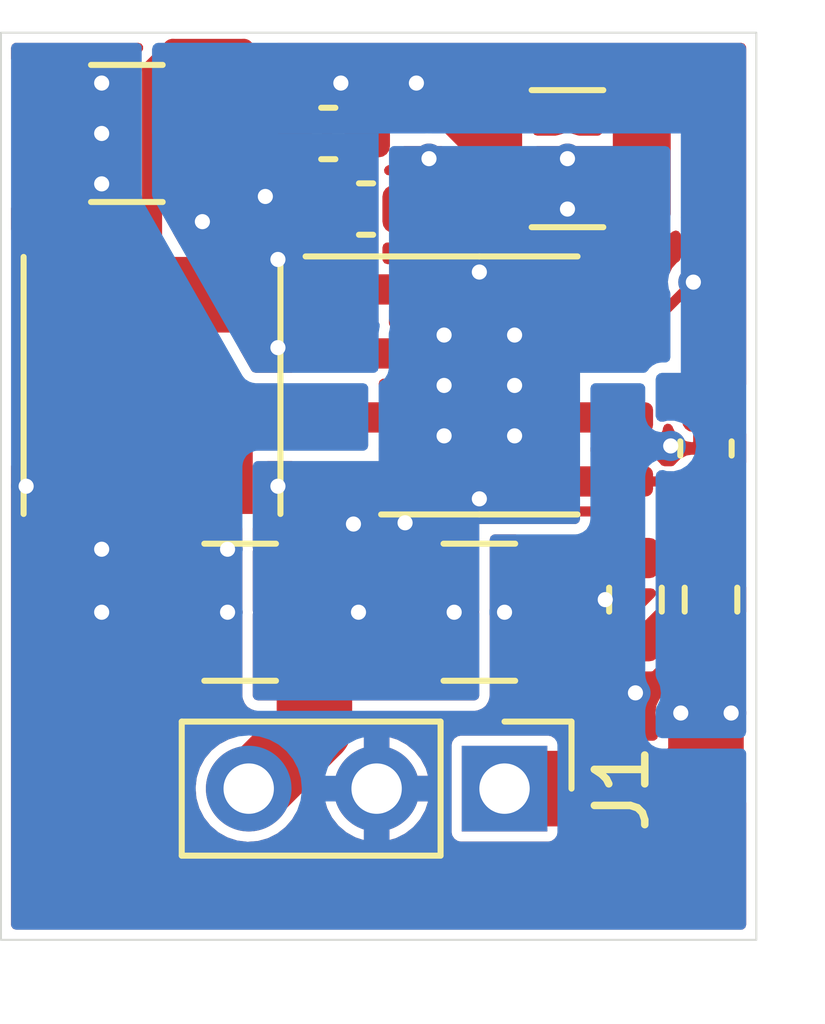
<source format=kicad_pcb>
(kicad_pcb (version 20211014) (generator pcbnew)
  (title_block (rev "1"))
  (layers (0 "F.Cu" signal "Front") (31 "B.Cu" signal "Back") (34 "B.Paste" user) (35 "F.Paste" user) (36 "B.SilkS" user "B.Silkscreen") (37 "F.SilkS" user "F.Silkscreen") (38 "B.Mask" user) (39 "F.Mask" user) (44 "Edge.Cuts" user))
  (net 0 "")
  (net 1 "GND")
  (net 2 "+5V")
  (net 5 "-5V")
  (net 6 "Net-(C4-Pad2)")
  (net 7 "/SW")
  (net 8 "/FB")
  (footprint "Connector_PinHeader_2.54mm:PinHeader_1x03_P2.54mm_Vertical" (layer "F.Cu") (at 121.5 88 -90)
    (fp_text reference "J1" (at 0 -2.33 -90) (layer "F.SilkS"))
    (fp_text value "Conn_01x03")
    (fp_line (start -1.33 -1.33) (end 0 -1.33) (layer "F.SilkS") (width 0.12))
    (fp_line (start -1.33 1.27) (end -1.33 6.41) (layer "F.SilkS") (width 0.12))
    (fp_line (start -1.33 1.27) (end 1.33 1.27) (layer "F.SilkS") (width 0.12))
    (fp_line (start -1.33 0) (end -1.33 -1.33) (layer "F.SilkS") (width 0.12))
    (fp_line (start 1.33 1.27) (end 1.33 6.41) (layer "F.SilkS") (width 0.12))
    (fp_line (start -1.33 6.41) (end 1.33 6.41) (layer "F.SilkS") (width 0.12))
    (pad "1" thru_hole rect (at 0 0 270) (size 1.7 1.7) (drill 1) (layers *.Cu *.Mask) (net 2 "+5V"))
    (pad "2" thru_hole oval (at 0 2.54 270) (size 1.7 1.7) (drill 1) (layers *.Cu *.Mask) (net 1 "GND"))
    (pad "3" thru_hole oval (at 0 5.08 270) (size 1.7 1.7) (drill 1) (layers *.Cu *.Mask) (net 5 "-5V"))
  )
  (footprint "Resistor_SMD:R_0603_1608Metric" (layer "F.Cu") (at 124.1 84.25 90)
    (fp_text reference "R2" hide)
    (fp_text value "47k")
    (fp_line (start -0.237258 -0.5225) (end 0.237258 -0.5225) (layer "F.SilkS") (width 0.12))
    (fp_line (start -0.237258 0.5225) (end 0.237258 0.5225) (layer "F.SilkS") (width 0.12))
    (pad "1" smd roundrect (at -0.825 0 90) (size 0.8 0.95) (layers "F.Cu" "F.Paste" "F.Mask") (net 8 "/FB"))
    (pad "2" smd roundrect (at 0.825 0 90) (size 0.8 0.95) (layers "F.Cu" "F.Paste" "F.Mask") (net 5 "-5V"))
  )
  (footprint "Package_SO:SOIC-8-1EP_3.9x4.9mm_P1.27mm_EP2.62x3.51mm_ThermalVias" (layer "F.Cu") (at 121 80)
    (fp_text reference "U1" hide)
    (fp_text value "MT2499A")
    (fp_line (start 0 2.56) (end -1.95 2.56) (layer "F.SilkS") (width 0.12))
    (fp_line (start 0 -2.56) (end -3.45 -2.56) (layer "F.SilkS") (width 0.12))
    (fp_line (start 0 2.56) (end 1.95 2.56) (layer "F.SilkS") (width 0.12))
    (fp_line (start 0 -2.56) (end 1.95 -2.56) (layer "F.SilkS") (width 0.12))
    (pad "1" smd roundrect (at -2.48 -1.905) (size 1.94 0.6) (layers "F.Cu" "F.Paste" "F.Mask") (net 6 "Net-(C4-Pad2)"))
    (pad "2" smd roundrect (at -2.48 -0.635) (size 1.94 0.6) (layers "F.Cu" "F.Paste" "F.Mask") (net 2 "+5V"))
    (pad "3" smd roundrect (at -2.48 0.635) (size 1.94 0.6) (layers "F.Cu" "F.Paste" "F.Mask") (net 7 "/SW"))
    (pad "4" smd roundrect (at -2.48 1.905) (size 1.94 0.6) (layers "F.Cu" "F.Paste" "F.Mask") (net 5 "-5V"))
    (pad "5" smd roundrect (at 2.48 1.905) (size 1.94 0.6) (layers "F.Cu" "F.Paste" "F.Mask") (net 8 "/FB"))
    (pad "6" smd roundrect (at 2.48 0.635) (size 1.94 0.6) (layers "F.Cu" "F.Paste" "F.Mask"))
    (pad "7" smd roundrect (at 2.48 -0.635) (size 1.94 0.6) (layers "F.Cu" "F.Paste" "F.Mask") (net 2 "+5V"))
    (pad "8" smd roundrect (at 2.48 -1.905) (size 1.94 0.6) (layers "F.Cu" "F.Paste" "F.Mask"))
    (pad "9" smd rect (at 0 0) (size 2.62 3.51) (layers "F.Cu" "F.Mask") (net 5 "-5V"))
    (pad "9" thru_hole circle (at 0.7 1) (size 0.5 0.5) (drill 0.3) (layers *.Cu) (net 5 "-5V"))
    (pad "9" thru_hole circle (at 0.7 -1) (size 0.5 0.5) (drill 0.3) (layers *.Cu) (net 5 "-5V"))
    (pad "9" thru_hole circle (at -0.7 0) (size 0.5 0.5) (drill 0.3) (layers *.Cu) (net 5 "-5V"))
    (pad "9" smd rect (at 0 0) (size 1.9 2.5) (layers "B.Cu") (net 5 "-5V"))
    (pad "9" thru_hole circle (at -0.7 -1) (size 0.5 0.5) (drill 0.3) (layers *.Cu) (net 5 "-5V"))
    (pad "9" thru_hole circle (at -0.7 1) (size 0.5 0.5) (drill 0.3) (layers *.Cu) (net 5 "-5V"))
    (pad "9" thru_hole circle (at 0.7 0) (size 0.5 0.5) (drill 0.3) (layers *.Cu) (net 5 "-5V"))
  )
  (footprint "Capacitor_SMD:C_1210_3225Metric" (layer "F.Cu") (at 121 84.5)
    (fp_text reference "C8" hide)
    (fp_text value "22u")
    (fp_line (start -0.711252 -1.36) (end 0.711252 -1.36) (layer "F.SilkS") (width 0.12))
    (fp_line (start -0.711252 1.36) (end 0.711252 1.36) (layer "F.SilkS") (width 0.12))
    (pad "1" smd roundrect (at -1.475 0) (size 1.15 2.7) (layers "F.Cu" "F.Paste" "F.Mask") (roundrect_rratio 0.217391) (net 5 "-5V"))
    (pad "2" smd roundrect (at 1.475 0) (size 1.15 2.7) (layers "F.Cu" "F.Paste" "F.Mask") (roundrect_rratio 0.217391) (net 1 "GND"))
  )
  (footprint "Inductor_SMD:L_Taiyo-Yuden_NR-50xx" (layer "F.Cu") (at 114.5 80 90)
    (fp_text reference "L1" hide)
    (fp_text value "47u")
    (fp_line (start -2.55 -2.55) (end 2.55 -2.55) (layer "F.SilkS") (width 0.12))
    (fp_line (start -2.55 2.55) (end 2.55 2.55) (layer "F.SilkS") (width 0.12))
    (pad "1" smd rect (at -1.8 0 90) (size 1.5 4) (layers "F.Cu" "F.Paste" "F.Mask") (net 1 "GND"))
    (pad "2" smd rect (at 1.8 0 90) (size 1.5 4) (layers "F.Cu" "F.Paste" "F.Mask") (net 7 "/SW"))
  )
  (footprint "Capacitor_SMD:C_0603_1608Metric" (layer "F.Cu") (at 118 75)
    (fp_text reference "C4" hide)
    (fp_text value "100n")
    (fp_line (start -0.14058 -0.51) (end 0.14058 -0.51) (layer "F.SilkS") (width 0.12))
    (fp_line (start -0.14058 0.51) (end 0.14058 0.51) (layer "F.SilkS") (width 0.12))
    (pad "1" smd roundrect (at -0.775 0) (size 0.9 0.95) (layers "F.Cu" "F.Paste" "F.Mask") (net 7 "/SW"))
    (pad "2" smd roundrect (at 0.775 0) (size 0.9 0.95) (layers "F.Cu" "F.Paste" "F.Mask") (net 6 "Net-(C4-Pad2)"))
  )
  (footprint "Capacitor_SMD:C_0603_1608Metric" (layer "F.Cu") (at 125.5 81.25 90)
    (fp_text reference "C5" hide)
    (fp_text value "DNP")
    (fp_line (start -0.14058 -0.51) (end 0.14058 -0.51) (layer "F.SilkS") (width 0.12))
    (fp_line (start -0.14058 0.51) (end 0.14058 0.51) (layer "F.SilkS") (width 0.12))
    (pad "1" smd roundrect (at -0.775 0 90) (size 0.9 0.95) (layers "F.Cu" "F.Paste" "F.Mask") (net 8 "/FB"))
    (pad "2" smd roundrect (at 0.775 0 90) (size 0.9 0.95) (layers "F.Cu" "F.Paste" "F.Mask") (net 1 "GND"))
  )
  (footprint "Capacitor_SMD:C_1210_3225Metric" (layer "F.Cu") (at 114 75)
    (fp_text reference "C1" hide)
    (fp_text value "22u")
    (fp_line (start -0.711252 1.36) (end 0.711252 1.36) (layer "F.SilkS") (width 0.12))
    (fp_line (start -0.711252 -1.36) (end 0.711252 -1.36) (layer "F.SilkS") (width 0.12))
    (pad "1" smd roundrect (at -1.475 0) (size 1.15 2.7) (layers "F.Cu" "F.Paste" "F.Mask") (roundrect_rratio 0.217391) (net 1 "GND"))
    (pad "2" smd roundrect (at 1.475 0) (size 1.15 2.7) (layers "F.Cu" "F.Paste" "F.Mask") (roundrect_rratio 0.217391) (net 2 "+5V"))
  )
  (footprint "Capacitor_SMD:C_0603_1608Metric" (layer "F.Cu") (at 118.75 76.5 180)
    (fp_text reference "C3" hide)
    (fp_text value "100n")
    (fp_line (start -0.14058 -0.51) (end 0.14058 -0.51) (layer "F.SilkS") (width 0.12))
    (fp_line (start -0.14058 0.51) (end 0.14058 0.51) (layer "F.SilkS") (width 0.12))
    (pad "1" smd roundrect (at -0.775 0 180) (size 0.9 0.95) (layers "F.Cu" "F.Paste" "F.Mask") (net 5 "-5V"))
    (pad "2" smd roundrect (at 0.775 0 180) (size 0.9 0.95) (layers "F.Cu" "F.Paste" "F.Mask") (net 2 "+5V"))
  )
  (footprint "Resistor_SMD:R_0603_1608Metric" (layer "F.Cu") (at 125.6 84.25 90)
    (fp_text reference "R1" hide)
    (fp_text value "200k")
    (fp_line (start -0.237258 0.5225) (end 0.237258 0.5225) (layer "F.SilkS") (width 0.12))
    (fp_line (start -0.237258 -0.5225) (end 0.237258 -0.5225) (layer "F.SilkS") (width 0.12))
    (pad "1" smd roundrect (at -0.825 0 90) (size 0.8 0.95) (layers "F.Cu" "F.Paste" "F.Mask") (net 1 "GND"))
    (pad "2" smd roundrect (at 0.825 0 90) (size 0.8 0.95) (layers "F.Cu" "F.Paste" "F.Mask") (net 8 "/FB"))
  )
  (footprint "Capacitor_SMD:C_1210_3225Metric" (layer "F.Cu") (at 122.75 75.5 180)
    (fp_text reference "C2" hide)
    (fp_text value "22u")
    (fp_line (start -0.711252 -1.36) (end 0.711252 -1.36) (layer "F.SilkS") (width 0.12))
    (fp_line (start -0.711252 1.36) (end 0.711252 1.36) (layer "F.SilkS") (width 0.12))
    (pad "1" smd roundrect (at -1.475 0 180) (size 1.15 2.7) (layers "F.Cu" "F.Paste" "F.Mask") (roundrect_rratio 0.217391) (net 5 "-5V"))
    (pad "2" smd roundrect (at 1.475 0 180) (size 1.15 2.7) (layers "F.Cu" "F.Paste" "F.Mask") (roundrect_rratio 0.217391) (net 2 "+5V"))
  )
  (footprint "Capacitor_SMD:C_1210_3225Metric" (layer "F.Cu") (at 116.25 84.5 180)
    (fp_text reference "C7" hide)
    (fp_text value "22u")
    (fp_line (start -0.711252 -1.36) (end 0.711252 -1.36) (layer "F.SilkS") (width 0.12))
    (fp_line (start -0.711252 1.36) (end 0.711252 1.36) (layer "F.SilkS") (width 0.12))
    (pad "1" smd roundrect (at -1.475 0 180) (size 1.15 2.7) (layers "F.Cu" "F.Paste" "F.Mask") (roundrect_rratio 0.217391) (net 5 "-5V"))
    (pad "2" smd roundrect (at 1.475 0 180) (size 1.15 2.7) (layers "F.Cu" "F.Paste" "F.Mask") (roundrect_rratio 0.217391) (net 1 "GND"))
  )
  (gr_rect (start 111.5 73) (end 126.5 91) (layer "Edge.Cuts") (width 0.0381) (fill none))
  (segment (start 113.5 74) (end 113 74) (width 0.4) (layer "F.Cu") (net 1))
  (segment (start 113.5 76) (end 113 76) (width 0.4) (layer "F.Cu") (net 1))
  (segment (start 124.1 86.1) (end 124.598875 85.601125) (width 0.127) (layer "F.Cu") (net 1))
  (segment (start 125.6 85.075) (end 125.073875 85.601125) (width 0.127) (layer "F.Cu") (net 1))
  (segment (start 125.073875 85.601125) (end 124.598875 85.601125) (width 0.127) (layer "F.Cu") (net 1))
  (via (at 113.5 83.25) (size 0.6) (drill 0.3) (layers "F.Cu" "B.Cu") (net 1))
  (via (at 116 83.25) (size 0.6) (drill 0.3) (layers "F.Cu" "B.Cu") (net 1))
  (via (at 123.5 84.25) (size 0.6) (drill 0.3) (layers "F.Cu" "B.Cu") (net 1))
  (via (at 121.5 84.5) (size 0.6) (drill 0.3) (layers "F.Cu" "B.Cu") (net 1))
  (via (at 113.5 84.5) (size 0.6) (drill 0.3) (layers "F.Cu" "B.Cu") (net 1))
  (via (at 116 84.5) (size 0.6) (drill 0.3) (layers "F.Cu" "B.Cu") (net 1))
  (via (at 124.8 81.2) (size 0.6) (drill 0.3) (layers "F.Cu" "B.Cu") (net 1))
  (via (at 113.5 74) (size 0.6) (drill 0.3) (layers "F.Cu" "B.Cu") (net 1))
  (via (at 113.5 76) (size 0.6) (drill 0.3) (layers "F.Cu" "B.Cu") (net 1))
  (via (at 112 82) (size 0.6) (drill 0.3) (layers "F.Cu" "B.Cu") (net 1))
  (via (at 124.1 86.1) (size 0.6) (drill 0.3) (layers "F.Cu" "B.Cu") (net 1))
  (via (at 113.5 75) (size 0.6) (drill 0.3) (layers "F.Cu" "B.Cu") (net 1))
  (segment (start 119.75 74) (end 121.25 75.5) (width 0.6) (layer "F.Cu") (net 2))
  (segment (start 125.25 77.95) (end 123.8 79.4) (width 0.2) (layer "F.Cu") (net 2))
  (segment (start 121.5 88) (end 125 88) (width 1.5) (layer "F.Cu") (net 2))
  (segment (start 117.975 74.275) (end 118.25 74) (width 0.6) (layer "F.Cu") (net 2))
  (segment (start 125 88) (end 125.5 87.5) (width 1.5) (layer "F.Cu") (net 2))
  (segment (start 117.975 75.725) (end 117.975 74.275) (width 0.2) (layer "F.Cu") (net 2))
  (segment (start 117.975 76.5) (end 117.975 75.725) (width 0.6) (layer "F.Cu") (net 2))
  (segment (start 118.25 74) (end 119.75 74) (width 0.6) (layer "F.Cu") (net 2))
  (segment (start 125.5 87.5) (end 125.5 86.5) (width 1.5) (layer "F.Cu") (net 2))
  (via (at 125 86.5) (size 0.6) (drill 0.3) (layers "F.Cu" "B.Cu") (net 2))
  (via (at 126 86.5) (size 0.6) (drill 0.3) (layers "F.Cu" "B.Cu") (net 2))
  (via (at 117 79.25) (size 0.6) (drill 0.3) (layers "F.Cu" "B.Cu") (net 2))
  (via (at 116.75 76.25) (size 0.6) (drill 0.3) (layers "F.Cu" "B.Cu") (net 2))
  (via (at 125.25 77.95) (size 0.6) (drill 0.3) (layers "F.Cu" "B.Cu") (net 2))
  (via (at 117 77.5) (size 0.6) (drill 0.3) (layers "F.Cu" "B.Cu") (net 2))
  (via (at 115.5 76.75) (size 0.6) (drill 0.3) (layers "F.Cu" "B.Cu") (net 2))
  (via (at 119.75 74) (size 0.6) (drill 0.3) (layers "F.Cu" "B.Cu") (net 2))
  (via (at 118.25 74) (size 0.6) (drill 0.3) (layers "F.Cu" "B.Cu") (net 2))
  (segment (start 117.725 84.5) (end 117.725 86.775) (width 1.5) (layer "F.Cu") (net 5))
  (segment (start 124.1 83.425) (end 124.1 82.85) (width 0.2) (layer "F.Cu") (net 5))
  (segment (start 124.1 82.85) (end 123.75 82.5) (width 0.2) (layer "F.Cu") (net 5))
  (segment (start 118.52 81.905) (end 119.345 81.905) (width 0.6) (layer "F.Cu") (net 5))
  (segment (start 119.525 84.5) (end 119.525 82.725) (width 0.6) (layer "F.Cu") (net 5))
  (segment (start 119.5 81.75) (end 120.25 81) (width 0.6) (layer "F.Cu") (net 5))
  (segment (start 119.345 81.905) (end 119.5 81.75) (width 0.6) (layer "F.Cu") (net 5))
  (segment (start 117.725 86.775) (end 116.5 88) (width 1.5) (layer "F.Cu") (net 5))
  (segment (start 119.525 81.775) (end 119.5 81.75) (width 0.6) (layer "F.Cu") (net 5))
  (segment (start 119.525 82.725) (end 119.525 81.775) (width 0.6) (layer "F.Cu") (net 5))
  (segment (start 123.75 82.5) (end 122 82.5) (width 0.2) (layer "F.Cu") (net 5))
  (via (at 121 77.75) (size 0.6) (drill 0.3) (layers "F.Cu" "B.Cu") (net 5))
  (via (at 118.5 82.75) (size 0.6) (drill 0.3) (layers "F.Cu" "B.Cu") (net 5))
  (via (at 121 82.25) (size 0.6) (drill 0.3) (layers "F.Cu" "B.Cu") (net 5))
  (via (at 122.75 75.5) (size 0.6) (drill 0.3) (layers "F.Cu" "B.Cu") (net 5))
  (via (at 117 82) (size 0.6) (drill 0.3) (layers "F.Cu" "B.Cu") (net 5))
  (via (at 122.75 76.5) (size 0.6) (drill 0.3) (layers "F.Cu" "B.Cu") (net 5))
  (via (at 120 75.5) (size 0.6) (drill 0.3) (layers "F.Cu" "B.Cu") (net 5))
  (via (at 118.6 84.5) (size 0.6) (drill 0.3) (layers "F.Cu" "B.Cu") (net 5))
  (via (at 119.525 82.725) (size 0.6) (drill 0.3) (layers "F.Cu" "B.Cu") (net 5))
  (via (at 120.5 84.5) (size 0.6) (drill 0.3) (layers "F.Cu" "B.Cu") (net 5))
  (segment (start 119.5 81) (end 119.5 82.7) (width 0.6) (layer "B.Cu") (net 5))
  (segment (start 119.5 79) (end 119.5 81) (width 0.6) (layer "B.Cu") (net 5))
  (segment (start 119.5 82.7) (end 119.525 82.725) (width 0.6) (layer "B.Cu") (net 5))
  (segment (start 118.775 75) (end 118.775 77.975) (width 0.2) (layer "F.Cu") (net 6))
  (segment (start 117.225 74.225) (end 116.323 73.323) (width 0.4) (layer "F.Cu") (net 7))
  (segment (start 114.5 78.2) (end 114.5 73.733999) (width 0.4) (layer "F.Cu") (net 7))
  (segment (start 117.225 75) (end 117.225 74.225) (width 0.4) (layer "F.Cu") (net 7))
  (segment (start 114.910999 73.323) (end 116.323 73.323) (width 0.4) (layer "F.Cu") (net 7))
  (segment (start 114.5 73.733999) (end 114.910999 73.323) (width 0.4) (layer "F.Cu") (net 7))
  (segment (start 118.52 80.635) (end 116.635 80.635) (width 0.4) (layer "F.Cu") (net 7))
  (segment (start 116.635 80.635) (end 114.5 78.5) (width 0.4) (layer "F.Cu") (net 7))
  (segment (start 125.6 83.5) (end 124.1 85) (width 0.2) (layer "F.Cu") (net 8))
  (segment (start 123.48 81.905) (end 125.655 81.905) (width 0.2) (layer "F.Cu") (net 8))
  (segment (start 125.5 82.8) (end 125.6 82.9) (width 0.2) (layer "F.Cu") (net 8))
  (segment (start 125.5 82.025) (end 125.5 82.8) (width 0.2) (layer "F.Cu") (net 8))
  (segment (start 125.6 83.425) (end 125.6 82.9) (width 0.2) (layer "F.Cu") (net 8))
  (zone (net 5) (net_name "-5V") (layers F&B.Cu) (priority 1) (connect_pads (clearance 0.2)) (min_thickness 0.2) (fill yes (thermal_gap 0.2) (thermal_bridge_width 0.508))
    (polygon (pts (xy 125 79.75) (xy 119 79.75) (xy 119 75.25) (xy 125 75.25)))
  )
  (zone (net 1) (net_name "GND") (layers F&B.Cu) (connect_pads (clearance 0.2)) (min_thickness 0.2) (fill yes (thermal_gap 0.2) (thermal_bridge_width 0.508))
    (polygon (pts (xy 126.5 91) (xy 111.5 91) (xy 111.5 73) (xy 126.5 73)))
  )
  (zone (net 0) (net_name "") (layer "F.Cu") (connect_pads (clearance 0)) (min_thickness 0.254)
    (keepout (tracks allowed) (vias allowed) (pads allowed) (copperpour not_allowed) (footprints allowed))
    (fill (thermal_gap 0.508) (thermal_bridge_width 0.508))
    (polygon (pts (xy 117 81.5) (xy 111.5 81.5) (xy 111.5 77) (xy 114.5 77)))
  )
  (zone (net 2) (net_name "+5V") (layers F&B.Cu) (priority 3) (connect_pads (clearance 0.2)) (min_thickness 0.2) (fill yes (thermal_gap 0.2) (thermal_bridge_width 0.508))
    (polygon (pts (xy 116.5 74.5) (xy 117 75) (xy 119 75) (xy 119 78.75) (xy 119.75 78.75) (xy 119.75 79.75) (xy 116.5 79.75) (xy 114.5 76.25) (xy 114.5 74.5)))
  )
  (zone (net 5) (net_name "-5V") (layers F&B.Cu) (priority 1) (connect_pads (clearance 0.2)) (min_thickness 0.2) (fill yes (thermal_gap 0.2) (thermal_bridge_width 0.508))
    (polygon (pts (xy 123 82.75) (xy 121 82.75) (xy 121 86.25) (xy 116.5 86.25) (xy 116.5 81.5) (xy 119 81.5) (xy 119 78.5) (xy 123 78.5)))
  )
  (zone (net 2) (net_name "+5V") (layer "B.Cu") (priority 3) (connect_pads (clearance 0.2)) (min_thickness 0.254) (fill yes (thermal_gap 0.508) (thermal_bridge_width 0.508))
    (polygon (pts (xy 126.5 87) (xy 124.5 87) (xy 124.5 79.75) (xy 125 79.75) (xy 125 75) (xy 114.5 75) (xy 114.5 73) (xy 126.5 73)))
  )
)
</source>
